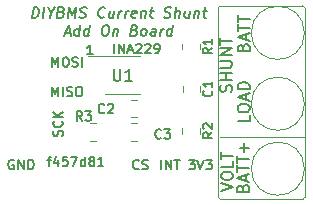
<source format=gto>
G04 #@! TF.GenerationSoftware,KiCad,Pcbnew,5.1.9+dfsg1-1+deb11u1*
G04 #@! TF.CreationDate,2024-09-06T13:23:54+00:00*
G04 #@! TF.ProjectId,ControllerCurrentShuntAddOn,436f6e74-726f-46c6-9c65-724375727265,rev?*
G04 #@! TF.SameCoordinates,Original*
G04 #@! TF.FileFunction,Legend,Top*
G04 #@! TF.FilePolarity,Positive*
%FSLAX46Y46*%
G04 Gerber Fmt 4.6, Leading zero omitted, Abs format (unit mm)*
G04 Created by KiCad (PCBNEW 5.1.9+dfsg1-1+deb11u1) date 2024-09-06 13:23:54*
%MOMM*%
%LPD*%
G01*
G04 APERTURE LIST*
%ADD10C,0.150000*%
%ADD11C,0.120000*%
%ADD12C,0.200000*%
G04 APERTURE END LIST*
D10*
X208123690Y-109048571D02*
X208428452Y-109048571D01*
X208237976Y-109581904D02*
X208237976Y-108896190D01*
X208276071Y-108820000D01*
X208352261Y-108781904D01*
X208428452Y-108781904D01*
X209037976Y-109048571D02*
X209037976Y-109581904D01*
X208847500Y-108743809D02*
X208657023Y-109315238D01*
X209152261Y-109315238D01*
X209837976Y-108781904D02*
X209457023Y-108781904D01*
X209418928Y-109162857D01*
X209457023Y-109124761D01*
X209533214Y-109086666D01*
X209723690Y-109086666D01*
X209799880Y-109124761D01*
X209837976Y-109162857D01*
X209876071Y-109239047D01*
X209876071Y-109429523D01*
X209837976Y-109505714D01*
X209799880Y-109543809D01*
X209723690Y-109581904D01*
X209533214Y-109581904D01*
X209457023Y-109543809D01*
X209418928Y-109505714D01*
X210142738Y-108781904D02*
X210676071Y-108781904D01*
X210333214Y-109581904D01*
X211323690Y-109581904D02*
X211323690Y-108781904D01*
X211323690Y-109543809D02*
X211247500Y-109581904D01*
X211095119Y-109581904D01*
X211018928Y-109543809D01*
X210980833Y-109505714D01*
X210942738Y-109429523D01*
X210942738Y-109200952D01*
X210980833Y-109124761D01*
X211018928Y-109086666D01*
X211095119Y-109048571D01*
X211247500Y-109048571D01*
X211323690Y-109086666D01*
X211818928Y-109124761D02*
X211742738Y-109086666D01*
X211704642Y-109048571D01*
X211666547Y-108972380D01*
X211666547Y-108934285D01*
X211704642Y-108858095D01*
X211742738Y-108820000D01*
X211818928Y-108781904D01*
X211971309Y-108781904D01*
X212047500Y-108820000D01*
X212085595Y-108858095D01*
X212123690Y-108934285D01*
X212123690Y-108972380D01*
X212085595Y-109048571D01*
X212047500Y-109086666D01*
X211971309Y-109124761D01*
X211818928Y-109124761D01*
X211742738Y-109162857D01*
X211704642Y-109200952D01*
X211666547Y-109277142D01*
X211666547Y-109429523D01*
X211704642Y-109505714D01*
X211742738Y-109543809D01*
X211818928Y-109581904D01*
X211971309Y-109581904D01*
X212047500Y-109543809D01*
X212085595Y-109505714D01*
X212123690Y-109429523D01*
X212123690Y-109277142D01*
X212085595Y-109200952D01*
X212047500Y-109162857D01*
X211971309Y-109124761D01*
X212885595Y-109581904D02*
X212428452Y-109581904D01*
X212657023Y-109581904D02*
X212657023Y-108781904D01*
X212580833Y-108896190D01*
X212504642Y-108972380D01*
X212428452Y-109010476D01*
X211978571Y-100111904D02*
X211521428Y-100111904D01*
X211750000Y-100111904D02*
X211750000Y-99311904D01*
X211673809Y-99426190D01*
X211597619Y-99502380D01*
X211521428Y-99540476D01*
D11*
X222550000Y-96200000D02*
G75*
G02*
X222750000Y-96000000I200000J0D01*
G01*
X222750000Y-112400000D02*
G75*
G02*
X222550000Y-112200000I0J200000D01*
G01*
X229950000Y-112200000D02*
G75*
G02*
X229750000Y-112400000I-200000J0D01*
G01*
X229750000Y-96000000D02*
G75*
G02*
X229950000Y-96200000I0J-200000D01*
G01*
D10*
X222852380Y-111692857D02*
X223852380Y-111359523D01*
X222852380Y-111026190D01*
X222852380Y-110502380D02*
X222852380Y-110311904D01*
X222900000Y-110216666D01*
X222995238Y-110121428D01*
X223185714Y-110073809D01*
X223519047Y-110073809D01*
X223709523Y-110121428D01*
X223804761Y-110216666D01*
X223852380Y-110311904D01*
X223852380Y-110502380D01*
X223804761Y-110597619D01*
X223709523Y-110692857D01*
X223519047Y-110740476D01*
X223185714Y-110740476D01*
X222995238Y-110692857D01*
X222900000Y-110597619D01*
X222852380Y-110502380D01*
X223852380Y-109169047D02*
X223852380Y-109645238D01*
X222852380Y-109645238D01*
X222852380Y-108978571D02*
X222852380Y-108407142D01*
X223852380Y-108692857D02*
X222852380Y-108692857D01*
X223704761Y-103288095D02*
X223752380Y-103145238D01*
X223752380Y-102907142D01*
X223704761Y-102811904D01*
X223657142Y-102764285D01*
X223561904Y-102716666D01*
X223466666Y-102716666D01*
X223371428Y-102764285D01*
X223323809Y-102811904D01*
X223276190Y-102907142D01*
X223228571Y-103097619D01*
X223180952Y-103192857D01*
X223133333Y-103240476D01*
X223038095Y-103288095D01*
X222942857Y-103288095D01*
X222847619Y-103240476D01*
X222800000Y-103192857D01*
X222752380Y-103097619D01*
X222752380Y-102859523D01*
X222800000Y-102716666D01*
X223752380Y-102288095D02*
X222752380Y-102288095D01*
X223228571Y-102288095D02*
X223228571Y-101716666D01*
X223752380Y-101716666D02*
X222752380Y-101716666D01*
X222752380Y-101240476D02*
X223561904Y-101240476D01*
X223657142Y-101192857D01*
X223704761Y-101145238D01*
X223752380Y-101050000D01*
X223752380Y-100859523D01*
X223704761Y-100764285D01*
X223657142Y-100716666D01*
X223561904Y-100669047D01*
X222752380Y-100669047D01*
X223752380Y-100192857D02*
X222752380Y-100192857D01*
X223752380Y-99621428D01*
X222752380Y-99621428D01*
X222752380Y-99288095D02*
X222752380Y-98716666D01*
X223752380Y-99002380D02*
X222752380Y-99002380D01*
D11*
X229950000Y-101300000D02*
X229950000Y-96200000D01*
X222750000Y-96000000D02*
X229750000Y-96000000D01*
X222550000Y-112200000D02*
X222550000Y-96200000D01*
X229750000Y-112400000D02*
X222750000Y-112400000D01*
X229950000Y-101300000D02*
X229950000Y-112200000D01*
X222750000Y-107100000D02*
X229950000Y-107100000D01*
D12*
X206859017Y-97012142D02*
X206971517Y-96112142D01*
X207185803Y-96112142D01*
X207309017Y-96155000D01*
X207384017Y-96240714D01*
X207416160Y-96326428D01*
X207437589Y-96497857D01*
X207421517Y-96626428D01*
X207357232Y-96797857D01*
X207303660Y-96883571D01*
X207207232Y-96969285D01*
X207073303Y-97012142D01*
X206859017Y-97012142D01*
X207759017Y-97012142D02*
X207871517Y-96112142D01*
X208412589Y-96583571D02*
X208359017Y-97012142D01*
X208171517Y-96112142D02*
X208412589Y-96583571D01*
X208771517Y-96112142D01*
X209317946Y-96540714D02*
X209441160Y-96583571D01*
X209478660Y-96626428D01*
X209510803Y-96712142D01*
X209494732Y-96840714D01*
X209441160Y-96926428D01*
X209392946Y-96969285D01*
X209301875Y-97012142D01*
X208959017Y-97012142D01*
X209071517Y-96112142D01*
X209371517Y-96112142D01*
X209451875Y-96155000D01*
X209489375Y-96197857D01*
X209521517Y-96283571D01*
X209510803Y-96369285D01*
X209457232Y-96455000D01*
X209409017Y-96497857D01*
X209317946Y-96540714D01*
X209017946Y-96540714D01*
X209859017Y-97012142D02*
X209971517Y-96112142D01*
X210191160Y-96755000D01*
X210571517Y-96112142D01*
X210459017Y-97012142D01*
X210850089Y-96969285D02*
X210973303Y-97012142D01*
X211187589Y-97012142D01*
X211278660Y-96969285D01*
X211326875Y-96926428D01*
X211380446Y-96840714D01*
X211391160Y-96755000D01*
X211359017Y-96669285D01*
X211321517Y-96626428D01*
X211241160Y-96583571D01*
X211075089Y-96540714D01*
X210994732Y-96497857D01*
X210957232Y-96455000D01*
X210925089Y-96369285D01*
X210935803Y-96283571D01*
X210989375Y-96197857D01*
X211037589Y-96155000D01*
X211128660Y-96112142D01*
X211342946Y-96112142D01*
X211466160Y-96155000D01*
X212955446Y-96926428D02*
X212907232Y-96969285D01*
X212773303Y-97012142D01*
X212687589Y-97012142D01*
X212564375Y-96969285D01*
X212489375Y-96883571D01*
X212457232Y-96797857D01*
X212435803Y-96626428D01*
X212451875Y-96497857D01*
X212516160Y-96326428D01*
X212569732Y-96240714D01*
X212666160Y-96155000D01*
X212800089Y-96112142D01*
X212885803Y-96112142D01*
X213009017Y-96155000D01*
X213046517Y-96197857D01*
X213791160Y-96412142D02*
X213716160Y-97012142D01*
X213405446Y-96412142D02*
X213346517Y-96883571D01*
X213378660Y-96969285D01*
X213459017Y-97012142D01*
X213587589Y-97012142D01*
X213678660Y-96969285D01*
X213726875Y-96926428D01*
X214144732Y-97012142D02*
X214219732Y-96412142D01*
X214198303Y-96583571D02*
X214251875Y-96497857D01*
X214300089Y-96455000D01*
X214391160Y-96412142D01*
X214476875Y-96412142D01*
X214701875Y-97012142D02*
X214776875Y-96412142D01*
X214755446Y-96583571D02*
X214809017Y-96497857D01*
X214857232Y-96455000D01*
X214948303Y-96412142D01*
X215034017Y-96412142D01*
X215607232Y-96969285D02*
X215516160Y-97012142D01*
X215344732Y-97012142D01*
X215264375Y-96969285D01*
X215232232Y-96883571D01*
X215275089Y-96540714D01*
X215328660Y-96455000D01*
X215419732Y-96412142D01*
X215591160Y-96412142D01*
X215671517Y-96455000D01*
X215703660Y-96540714D01*
X215692946Y-96626428D01*
X215253660Y-96712142D01*
X216105446Y-96412142D02*
X216030446Y-97012142D01*
X216094732Y-96497857D02*
X216142946Y-96455000D01*
X216234017Y-96412142D01*
X216362589Y-96412142D01*
X216442946Y-96455000D01*
X216475089Y-96540714D01*
X216416160Y-97012142D01*
X216791160Y-96412142D02*
X217134017Y-96412142D01*
X216957232Y-96112142D02*
X216860803Y-96883571D01*
X216892946Y-96969285D01*
X216973303Y-97012142D01*
X217059017Y-97012142D01*
X218007232Y-96969285D02*
X218130446Y-97012142D01*
X218344732Y-97012142D01*
X218435803Y-96969285D01*
X218484017Y-96926428D01*
X218537589Y-96840714D01*
X218548303Y-96755000D01*
X218516160Y-96669285D01*
X218478660Y-96626428D01*
X218398303Y-96583571D01*
X218232232Y-96540714D01*
X218151875Y-96497857D01*
X218114375Y-96455000D01*
X218082232Y-96369285D01*
X218092946Y-96283571D01*
X218146517Y-96197857D01*
X218194732Y-96155000D01*
X218285803Y-96112142D01*
X218500089Y-96112142D01*
X218623303Y-96155000D01*
X218901875Y-97012142D02*
X219014375Y-96112142D01*
X219287589Y-97012142D02*
X219346517Y-96540714D01*
X219314375Y-96455000D01*
X219234017Y-96412142D01*
X219105446Y-96412142D01*
X219014375Y-96455000D01*
X218966160Y-96497857D01*
X220176875Y-96412142D02*
X220101875Y-97012142D01*
X219791160Y-96412142D02*
X219732232Y-96883571D01*
X219764375Y-96969285D01*
X219844732Y-97012142D01*
X219973303Y-97012142D01*
X220064375Y-96969285D01*
X220112589Y-96926428D01*
X220605446Y-96412142D02*
X220530446Y-97012142D01*
X220594732Y-96497857D02*
X220642946Y-96455000D01*
X220734017Y-96412142D01*
X220862589Y-96412142D01*
X220942946Y-96455000D01*
X220975089Y-96540714D01*
X220916160Y-97012142D01*
X221291160Y-96412142D02*
X221634017Y-96412142D01*
X221457232Y-96112142D02*
X221360803Y-96883571D01*
X221392946Y-96969285D01*
X221473303Y-97012142D01*
X221559017Y-97012142D01*
X209634017Y-98305000D02*
X210062589Y-98305000D01*
X209516160Y-98562142D02*
X209928660Y-97662142D01*
X210116160Y-98562142D01*
X210801875Y-98562142D02*
X210914375Y-97662142D01*
X210807232Y-98519285D02*
X210716160Y-98562142D01*
X210544732Y-98562142D01*
X210464375Y-98519285D01*
X210426875Y-98476428D01*
X210394732Y-98390714D01*
X210426875Y-98133571D01*
X210480446Y-98047857D01*
X210528660Y-98005000D01*
X210619732Y-97962142D01*
X210791160Y-97962142D01*
X210871517Y-98005000D01*
X211616160Y-98562142D02*
X211728660Y-97662142D01*
X211621517Y-98519285D02*
X211530446Y-98562142D01*
X211359017Y-98562142D01*
X211278660Y-98519285D01*
X211241160Y-98476428D01*
X211209017Y-98390714D01*
X211241160Y-98133571D01*
X211294732Y-98047857D01*
X211342946Y-98005000D01*
X211434017Y-97962142D01*
X211605446Y-97962142D01*
X211685803Y-98005000D01*
X213014375Y-97662142D02*
X213185803Y-97662142D01*
X213266160Y-97705000D01*
X213341160Y-97790714D01*
X213362589Y-97962142D01*
X213325089Y-98262142D01*
X213260803Y-98433571D01*
X213164375Y-98519285D01*
X213073303Y-98562142D01*
X212901875Y-98562142D01*
X212821517Y-98519285D01*
X212746517Y-98433571D01*
X212725089Y-98262142D01*
X212762589Y-97962142D01*
X212826875Y-97790714D01*
X212923303Y-97705000D01*
X213014375Y-97662142D01*
X213748303Y-97962142D02*
X213673303Y-98562142D01*
X213737589Y-98047857D02*
X213785803Y-98005000D01*
X213876875Y-97962142D01*
X214005446Y-97962142D01*
X214085803Y-98005000D01*
X214117946Y-98090714D01*
X214059017Y-98562142D01*
X215532232Y-98090714D02*
X215655446Y-98133571D01*
X215692946Y-98176428D01*
X215725089Y-98262142D01*
X215709017Y-98390714D01*
X215655446Y-98476428D01*
X215607232Y-98519285D01*
X215516160Y-98562142D01*
X215173303Y-98562142D01*
X215285803Y-97662142D01*
X215585803Y-97662142D01*
X215666160Y-97705000D01*
X215703660Y-97747857D01*
X215735803Y-97833571D01*
X215725089Y-97919285D01*
X215671517Y-98005000D01*
X215623303Y-98047857D01*
X215532232Y-98090714D01*
X215232232Y-98090714D01*
X216201875Y-98562142D02*
X216121517Y-98519285D01*
X216084017Y-98476428D01*
X216051875Y-98390714D01*
X216084017Y-98133571D01*
X216137589Y-98047857D01*
X216185803Y-98005000D01*
X216276875Y-97962142D01*
X216405446Y-97962142D01*
X216485803Y-98005000D01*
X216523303Y-98047857D01*
X216555446Y-98133571D01*
X216523303Y-98390714D01*
X216469732Y-98476428D01*
X216421517Y-98519285D01*
X216330446Y-98562142D01*
X216201875Y-98562142D01*
X217273303Y-98562142D02*
X217332232Y-98090714D01*
X217300089Y-98005000D01*
X217219732Y-97962142D01*
X217048303Y-97962142D01*
X216957232Y-98005000D01*
X217278660Y-98519285D02*
X217187589Y-98562142D01*
X216973303Y-98562142D01*
X216892946Y-98519285D01*
X216860803Y-98433571D01*
X216871517Y-98347857D01*
X216925089Y-98262142D01*
X217016160Y-98219285D01*
X217230446Y-98219285D01*
X217321517Y-98176428D01*
X217701875Y-98562142D02*
X217776875Y-97962142D01*
X217755446Y-98133571D02*
X217809017Y-98047857D01*
X217857232Y-98005000D01*
X217948303Y-97962142D01*
X218034017Y-97962142D01*
X218644732Y-98562142D02*
X218757232Y-97662142D01*
X218650089Y-98519285D02*
X218559017Y-98562142D01*
X218387589Y-98562142D01*
X218307232Y-98519285D01*
X218269732Y-98476428D01*
X218237589Y-98390714D01*
X218269732Y-98133571D01*
X218323303Y-98047857D01*
X218371517Y-98005000D01*
X218462589Y-97962142D01*
X218634017Y-97962142D01*
X218714375Y-98005000D01*
D10*
X224678571Y-111438095D02*
X224726190Y-111295238D01*
X224773809Y-111247619D01*
X224869047Y-111200000D01*
X225011904Y-111200000D01*
X225107142Y-111247619D01*
X225154761Y-111295238D01*
X225202380Y-111390476D01*
X225202380Y-111771428D01*
X224202380Y-111771428D01*
X224202380Y-111438095D01*
X224250000Y-111342857D01*
X224297619Y-111295238D01*
X224392857Y-111247619D01*
X224488095Y-111247619D01*
X224583333Y-111295238D01*
X224630952Y-111342857D01*
X224678571Y-111438095D01*
X224678571Y-111771428D01*
X224916666Y-110819047D02*
X224916666Y-110342857D01*
X225202380Y-110914285D02*
X224202380Y-110580952D01*
X225202380Y-110247619D01*
X224202380Y-110057142D02*
X224202380Y-109485714D01*
X225202380Y-109771428D02*
X224202380Y-109771428D01*
X224202380Y-109295238D02*
X224202380Y-108723809D01*
X225202380Y-109009523D02*
X224202380Y-109009523D01*
X224821428Y-108390476D02*
X224821428Y-107628571D01*
X225202380Y-108009523D02*
X224440476Y-108009523D01*
X225252380Y-105292857D02*
X225252380Y-105769047D01*
X224252380Y-105769047D01*
X224252380Y-104769047D02*
X224252380Y-104578571D01*
X224300000Y-104483333D01*
X224395238Y-104388095D01*
X224585714Y-104340476D01*
X224919047Y-104340476D01*
X225109523Y-104388095D01*
X225204761Y-104483333D01*
X225252380Y-104578571D01*
X225252380Y-104769047D01*
X225204761Y-104864285D01*
X225109523Y-104959523D01*
X224919047Y-105007142D01*
X224585714Y-105007142D01*
X224395238Y-104959523D01*
X224300000Y-104864285D01*
X224252380Y-104769047D01*
X224966666Y-103959523D02*
X224966666Y-103483333D01*
X225252380Y-104054761D02*
X224252380Y-103721428D01*
X225252380Y-103388095D01*
X225252380Y-103054761D02*
X224252380Y-103054761D01*
X224252380Y-102816666D01*
X224300000Y-102673809D01*
X224395238Y-102578571D01*
X224490476Y-102530952D01*
X224680952Y-102483333D01*
X224823809Y-102483333D01*
X225014285Y-102530952D01*
X225109523Y-102578571D01*
X225204761Y-102673809D01*
X225252380Y-102816666D01*
X225252380Y-103054761D01*
X224728571Y-99519047D02*
X224776190Y-99376190D01*
X224823809Y-99328571D01*
X224919047Y-99280952D01*
X225061904Y-99280952D01*
X225157142Y-99328571D01*
X225204761Y-99376190D01*
X225252380Y-99471428D01*
X225252380Y-99852380D01*
X224252380Y-99852380D01*
X224252380Y-99519047D01*
X224300000Y-99423809D01*
X224347619Y-99376190D01*
X224442857Y-99328571D01*
X224538095Y-99328571D01*
X224633333Y-99376190D01*
X224680952Y-99423809D01*
X224728571Y-99519047D01*
X224728571Y-99852380D01*
X224966666Y-98900000D02*
X224966666Y-98423809D01*
X225252380Y-98995238D02*
X224252380Y-98661904D01*
X225252380Y-98328571D01*
X224252380Y-98138095D02*
X224252380Y-97566666D01*
X225252380Y-97852380D02*
X224252380Y-97852380D01*
X224252380Y-97376190D02*
X224252380Y-96804761D01*
X225252380Y-97090476D02*
X224252380Y-97090476D01*
X217776190Y-109861904D02*
X217776190Y-109061904D01*
X218157142Y-109861904D02*
X218157142Y-109061904D01*
X218614285Y-109861904D01*
X218614285Y-109061904D01*
X218880952Y-109061904D02*
X219338095Y-109061904D01*
X219109523Y-109861904D02*
X219109523Y-109061904D01*
X215866666Y-109785714D02*
X215828571Y-109823809D01*
X215714285Y-109861904D01*
X215638095Y-109861904D01*
X215523809Y-109823809D01*
X215447619Y-109747619D01*
X215409523Y-109671428D01*
X215371428Y-109519047D01*
X215371428Y-109404761D01*
X215409523Y-109252380D01*
X215447619Y-109176190D01*
X215523809Y-109100000D01*
X215638095Y-109061904D01*
X215714285Y-109061904D01*
X215828571Y-109100000D01*
X215866666Y-109138095D01*
X216171428Y-109823809D02*
X216285714Y-109861904D01*
X216476190Y-109861904D01*
X216552380Y-109823809D01*
X216590476Y-109785714D01*
X216628571Y-109709523D01*
X216628571Y-109633333D01*
X216590476Y-109557142D01*
X216552380Y-109519047D01*
X216476190Y-109480952D01*
X216323809Y-109442857D01*
X216247619Y-109404761D01*
X216209523Y-109366666D01*
X216171428Y-109290476D01*
X216171428Y-109214285D01*
X216209523Y-109138095D01*
X216247619Y-109100000D01*
X216323809Y-109061904D01*
X216514285Y-109061904D01*
X216628571Y-109100000D01*
X220109523Y-109061904D02*
X220604761Y-109061904D01*
X220338095Y-109366666D01*
X220452380Y-109366666D01*
X220528571Y-109404761D01*
X220566666Y-109442857D01*
X220604761Y-109519047D01*
X220604761Y-109709523D01*
X220566666Y-109785714D01*
X220528571Y-109823809D01*
X220452380Y-109861904D01*
X220223809Y-109861904D01*
X220147619Y-109823809D01*
X220109523Y-109785714D01*
X220833333Y-109061904D02*
X221100000Y-109861904D01*
X221366666Y-109061904D01*
X221557142Y-109061904D02*
X222052380Y-109061904D01*
X221785714Y-109366666D01*
X221900000Y-109366666D01*
X221976190Y-109404761D01*
X222014285Y-109442857D01*
X222052380Y-109519047D01*
X222052380Y-109709523D01*
X222014285Y-109785714D01*
X221976190Y-109823809D01*
X221900000Y-109861904D01*
X221671428Y-109861904D01*
X221595238Y-109823809D01*
X221557142Y-109785714D01*
X205290476Y-109104763D02*
X205214285Y-109066667D01*
X205100000Y-109066667D01*
X204985714Y-109104763D01*
X204909523Y-109180953D01*
X204871428Y-109257143D01*
X204833333Y-109409524D01*
X204833333Y-109523810D01*
X204871428Y-109676191D01*
X204909523Y-109752382D01*
X204985714Y-109828572D01*
X205100000Y-109866667D01*
X205176190Y-109866667D01*
X205290476Y-109828572D01*
X205328571Y-109790477D01*
X205328571Y-109523810D01*
X205176190Y-109523810D01*
X205671428Y-109866667D02*
X205671428Y-109066667D01*
X206128571Y-109866667D01*
X206128571Y-109066667D01*
X206509523Y-109866667D02*
X206509523Y-109066667D01*
X206700000Y-109066667D01*
X206814285Y-109104763D01*
X206890476Y-109180953D01*
X206928571Y-109257143D01*
X206966666Y-109409524D01*
X206966666Y-109523810D01*
X206928571Y-109676191D01*
X206890476Y-109752382D01*
X206814285Y-109828572D01*
X206700000Y-109866667D01*
X206509523Y-109866667D01*
X208542857Y-101161904D02*
X208542857Y-100361904D01*
X208809523Y-100933333D01*
X209076190Y-100361904D01*
X209076190Y-101161904D01*
X209609523Y-100361904D02*
X209761904Y-100361904D01*
X209838095Y-100400000D01*
X209914285Y-100476190D01*
X209952380Y-100628571D01*
X209952380Y-100895238D01*
X209914285Y-101047619D01*
X209838095Y-101123809D01*
X209761904Y-101161904D01*
X209609523Y-101161904D01*
X209533333Y-101123809D01*
X209457142Y-101047619D01*
X209419047Y-100895238D01*
X209419047Y-100628571D01*
X209457142Y-100476190D01*
X209533333Y-100400000D01*
X209609523Y-100361904D01*
X210257142Y-101123809D02*
X210371428Y-101161904D01*
X210561904Y-101161904D01*
X210638095Y-101123809D01*
X210676190Y-101085714D01*
X210714285Y-101009523D01*
X210714285Y-100933333D01*
X210676190Y-100857142D01*
X210638095Y-100819047D01*
X210561904Y-100780952D01*
X210409523Y-100742857D01*
X210333333Y-100704761D01*
X210295238Y-100666666D01*
X210257142Y-100590476D01*
X210257142Y-100514285D01*
X210295238Y-100438095D01*
X210333333Y-100400000D01*
X210409523Y-100361904D01*
X210600000Y-100361904D01*
X210714285Y-100400000D01*
X211057142Y-101161904D02*
X211057142Y-100361904D01*
X208542857Y-103661904D02*
X208542857Y-102861904D01*
X208809523Y-103433333D01*
X209076190Y-102861904D01*
X209076190Y-103661904D01*
X209457142Y-103661904D02*
X209457142Y-102861904D01*
X209800000Y-103623809D02*
X209914285Y-103661904D01*
X210104761Y-103661904D01*
X210180952Y-103623809D01*
X210219047Y-103585714D01*
X210257142Y-103509523D01*
X210257142Y-103433333D01*
X210219047Y-103357142D01*
X210180952Y-103319047D01*
X210104761Y-103280952D01*
X209952380Y-103242857D01*
X209876190Y-103204761D01*
X209838095Y-103166666D01*
X209800000Y-103090476D01*
X209800000Y-103014285D01*
X209838095Y-102938095D01*
X209876190Y-102900000D01*
X209952380Y-102861904D01*
X210142857Y-102861904D01*
X210257142Y-102900000D01*
X210752380Y-102861904D02*
X210904761Y-102861904D01*
X210980952Y-102900000D01*
X211057142Y-102976190D01*
X211095238Y-103128571D01*
X211095238Y-103395238D01*
X211057142Y-103547619D01*
X210980952Y-103623809D01*
X210904761Y-103661904D01*
X210752380Y-103661904D01*
X210676190Y-103623809D01*
X210600000Y-103547619D01*
X210561904Y-103395238D01*
X210561904Y-103128571D01*
X210600000Y-102976190D01*
X210676190Y-102900000D01*
X210752380Y-102861904D01*
X209383809Y-107028571D02*
X209421904Y-106914285D01*
X209421904Y-106723809D01*
X209383809Y-106647619D01*
X209345714Y-106609523D01*
X209269523Y-106571428D01*
X209193333Y-106571428D01*
X209117142Y-106609523D01*
X209079047Y-106647619D01*
X209040952Y-106723809D01*
X209002857Y-106876190D01*
X208964761Y-106952380D01*
X208926666Y-106990476D01*
X208850476Y-107028571D01*
X208774285Y-107028571D01*
X208698095Y-106990476D01*
X208660000Y-106952380D01*
X208621904Y-106876190D01*
X208621904Y-106685714D01*
X208660000Y-106571428D01*
X209345714Y-105771428D02*
X209383809Y-105809523D01*
X209421904Y-105923809D01*
X209421904Y-106000000D01*
X209383809Y-106114285D01*
X209307619Y-106190476D01*
X209231428Y-106228571D01*
X209079047Y-106266666D01*
X208964761Y-106266666D01*
X208812380Y-106228571D01*
X208736190Y-106190476D01*
X208660000Y-106114285D01*
X208621904Y-106000000D01*
X208621904Y-105923809D01*
X208660000Y-105809523D01*
X208698095Y-105771428D01*
X209421904Y-105428571D02*
X208621904Y-105428571D01*
X209421904Y-104971428D02*
X208964761Y-105314285D01*
X208621904Y-104971428D02*
X209079047Y-105428571D01*
D11*
X212227064Y-107435000D02*
X211772936Y-107435000D01*
X212227064Y-105965000D02*
X211772936Y-105965000D01*
X214500000Y-103510000D02*
X216000000Y-103510000D01*
X214500000Y-103510000D02*
X213000000Y-103510000D01*
X214500000Y-100290000D02*
X216000000Y-100290000D01*
X214500000Y-100290000D02*
X211575000Y-100290000D01*
X221035000Y-106372936D02*
X221035000Y-106827064D01*
X219565000Y-106372936D02*
X219565000Y-106827064D01*
X219565000Y-99677064D02*
X219565000Y-99222936D01*
X221035000Y-99677064D02*
X221035000Y-99222936D01*
X229900000Y-109800000D02*
G75*
G03*
X229900000Y-109800000I-2250000J0D01*
G01*
X229900000Y-104300000D02*
G75*
G03*
X229900000Y-104300000I-2250000J0D01*
G01*
X229900000Y-98300000D02*
G75*
G03*
X229900000Y-98300000I-2250000J0D01*
G01*
X215238748Y-105965000D02*
X215761252Y-105965000D01*
X215238748Y-107435000D02*
X215761252Y-107435000D01*
X215238748Y-103965000D02*
X215761252Y-103965000D01*
X215238748Y-105435000D02*
X215761252Y-105435000D01*
X221065000Y-102788748D02*
X221065000Y-103311252D01*
X219595000Y-102788748D02*
X219595000Y-103311252D01*
D10*
X211086666Y-105721904D02*
X210820000Y-105340952D01*
X210629523Y-105721904D02*
X210629523Y-104921904D01*
X210934285Y-104921904D01*
X211010476Y-104960000D01*
X211048571Y-104998095D01*
X211086666Y-105074285D01*
X211086666Y-105188571D01*
X211048571Y-105264761D01*
X211010476Y-105302857D01*
X210934285Y-105340952D01*
X210629523Y-105340952D01*
X211353333Y-104921904D02*
X211848571Y-104921904D01*
X211581904Y-105226666D01*
X211696190Y-105226666D01*
X211772380Y-105264761D01*
X211810476Y-105302857D01*
X211848571Y-105379047D01*
X211848571Y-105569523D01*
X211810476Y-105645714D01*
X211772380Y-105683809D01*
X211696190Y-105721904D01*
X211467619Y-105721904D01*
X211391428Y-105683809D01*
X211353333Y-105645714D01*
X213738095Y-101352380D02*
X213738095Y-102161904D01*
X213785714Y-102257142D01*
X213833333Y-102304761D01*
X213928571Y-102352380D01*
X214119047Y-102352380D01*
X214214285Y-102304761D01*
X214261904Y-102257142D01*
X214309523Y-102161904D01*
X214309523Y-101352380D01*
X215309523Y-102352380D02*
X214738095Y-102352380D01*
X215023809Y-102352380D02*
X215023809Y-101352380D01*
X214928571Y-101495238D01*
X214833333Y-101590476D01*
X214738095Y-101638095D01*
X213795238Y-100011904D02*
X213795238Y-99211904D01*
X214176190Y-100011904D02*
X214176190Y-99211904D01*
X214633333Y-100011904D01*
X214633333Y-99211904D01*
X214976190Y-99783333D02*
X215357142Y-99783333D01*
X214900000Y-100011904D02*
X215166666Y-99211904D01*
X215433333Y-100011904D01*
X215661904Y-99288095D02*
X215700000Y-99250000D01*
X215776190Y-99211904D01*
X215966666Y-99211904D01*
X216042857Y-99250000D01*
X216080952Y-99288095D01*
X216119047Y-99364285D01*
X216119047Y-99440476D01*
X216080952Y-99554761D01*
X215623809Y-100011904D01*
X216119047Y-100011904D01*
X216423809Y-99288095D02*
X216461904Y-99250000D01*
X216538095Y-99211904D01*
X216728571Y-99211904D01*
X216804761Y-99250000D01*
X216842857Y-99288095D01*
X216880952Y-99364285D01*
X216880952Y-99440476D01*
X216842857Y-99554761D01*
X216385714Y-100011904D01*
X216880952Y-100011904D01*
X217261904Y-100011904D02*
X217414285Y-100011904D01*
X217490476Y-99973809D01*
X217528571Y-99935714D01*
X217604761Y-99821428D01*
X217642857Y-99669047D01*
X217642857Y-99364285D01*
X217604761Y-99288095D01*
X217566666Y-99250000D01*
X217490476Y-99211904D01*
X217338095Y-99211904D01*
X217261904Y-99250000D01*
X217223809Y-99288095D01*
X217185714Y-99364285D01*
X217185714Y-99554761D01*
X217223809Y-99630952D01*
X217261904Y-99669047D01*
X217338095Y-99707142D01*
X217490476Y-99707142D01*
X217566666Y-99669047D01*
X217604761Y-99630952D01*
X217642857Y-99554761D01*
X222111904Y-106733333D02*
X221730952Y-107000000D01*
X222111904Y-107190476D02*
X221311904Y-107190476D01*
X221311904Y-106885714D01*
X221350000Y-106809523D01*
X221388095Y-106771428D01*
X221464285Y-106733333D01*
X221578571Y-106733333D01*
X221654761Y-106771428D01*
X221692857Y-106809523D01*
X221730952Y-106885714D01*
X221730952Y-107190476D01*
X221388095Y-106428571D02*
X221350000Y-106390476D01*
X221311904Y-106314285D01*
X221311904Y-106123809D01*
X221350000Y-106047619D01*
X221388095Y-106009523D01*
X221464285Y-105971428D01*
X221540476Y-105971428D01*
X221654761Y-106009523D01*
X222111904Y-106466666D01*
X222111904Y-105971428D01*
X222111904Y-99583333D02*
X221730952Y-99850000D01*
X222111904Y-100040476D02*
X221311904Y-100040476D01*
X221311904Y-99735714D01*
X221350000Y-99659523D01*
X221388095Y-99621428D01*
X221464285Y-99583333D01*
X221578571Y-99583333D01*
X221654761Y-99621428D01*
X221692857Y-99659523D01*
X221730952Y-99735714D01*
X221730952Y-100040476D01*
X222111904Y-98821428D02*
X222111904Y-99278571D01*
X222111904Y-99050000D02*
X221311904Y-99050000D01*
X221426190Y-99126190D01*
X221502380Y-99202380D01*
X221540476Y-99278571D01*
X217766666Y-107185714D02*
X217728571Y-107223809D01*
X217614285Y-107261904D01*
X217538095Y-107261904D01*
X217423809Y-107223809D01*
X217347619Y-107147619D01*
X217309523Y-107071428D01*
X217271428Y-106919047D01*
X217271428Y-106804761D01*
X217309523Y-106652380D01*
X217347619Y-106576190D01*
X217423809Y-106500000D01*
X217538095Y-106461904D01*
X217614285Y-106461904D01*
X217728571Y-106500000D01*
X217766666Y-106538095D01*
X218033333Y-106461904D02*
X218528571Y-106461904D01*
X218261904Y-106766666D01*
X218376190Y-106766666D01*
X218452380Y-106804761D01*
X218490476Y-106842857D01*
X218528571Y-106919047D01*
X218528571Y-107109523D01*
X218490476Y-107185714D01*
X218452380Y-107223809D01*
X218376190Y-107261904D01*
X218147619Y-107261904D01*
X218071428Y-107223809D01*
X218033333Y-107185714D01*
X212966666Y-105035714D02*
X212928571Y-105073809D01*
X212814285Y-105111904D01*
X212738095Y-105111904D01*
X212623809Y-105073809D01*
X212547619Y-104997619D01*
X212509523Y-104921428D01*
X212471428Y-104769047D01*
X212471428Y-104654761D01*
X212509523Y-104502380D01*
X212547619Y-104426190D01*
X212623809Y-104350000D01*
X212738095Y-104311904D01*
X212814285Y-104311904D01*
X212928571Y-104350000D01*
X212966666Y-104388095D01*
X213271428Y-104388095D02*
X213309523Y-104350000D01*
X213385714Y-104311904D01*
X213576190Y-104311904D01*
X213652380Y-104350000D01*
X213690476Y-104388095D01*
X213728571Y-104464285D01*
X213728571Y-104540476D01*
X213690476Y-104654761D01*
X213233333Y-105111904D01*
X213728571Y-105111904D01*
X222035714Y-103183333D02*
X222073809Y-103221428D01*
X222111904Y-103335714D01*
X222111904Y-103411904D01*
X222073809Y-103526190D01*
X221997619Y-103602380D01*
X221921428Y-103640476D01*
X221769047Y-103678571D01*
X221654761Y-103678571D01*
X221502380Y-103640476D01*
X221426190Y-103602380D01*
X221350000Y-103526190D01*
X221311904Y-103411904D01*
X221311904Y-103335714D01*
X221350000Y-103221428D01*
X221388095Y-103183333D01*
X222111904Y-102421428D02*
X222111904Y-102878571D01*
X222111904Y-102650000D02*
X221311904Y-102650000D01*
X221426190Y-102726190D01*
X221502380Y-102802380D01*
X221540476Y-102878571D01*
M02*

</source>
